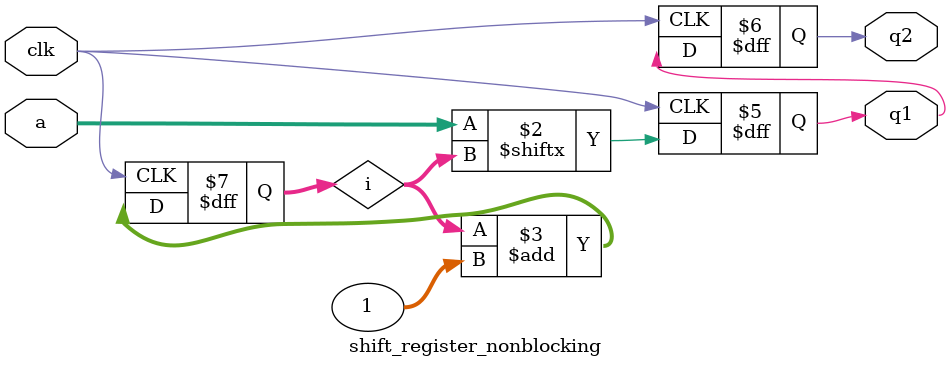
<source format=v>
`timescale 1ns / 1ps

module shift_register_nonblocking(
   input clk,
	input [1:0] a,
	output reg q1,
	output reg q2
    );
	 integer i;
	 //assign initial values
	 initial 
	 begin
	 q1 = 0;
	 q2 = 0;
	 i = 0;
	 end
	 
	 
	always @(posedge clk)
		 begin
		  q1 <= a[i];
		  q2 <= q1;
		  i = i + 1;
		 end


endmodule

</source>
